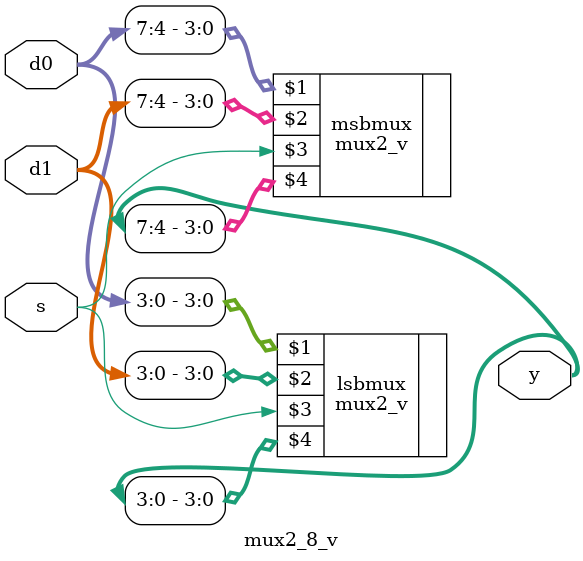
<source format=v>
module mux2_8_v 
(
input [7:0] d0, d1,
input s,
output [7:0] y
);

mux2_v lsbmux (d0[3:0], d1[3:0], s, y[3:0]);
mux2_v msbmux (d0[7:4], d1[7:4], s, y[7:4]);

endmodule
</source>
